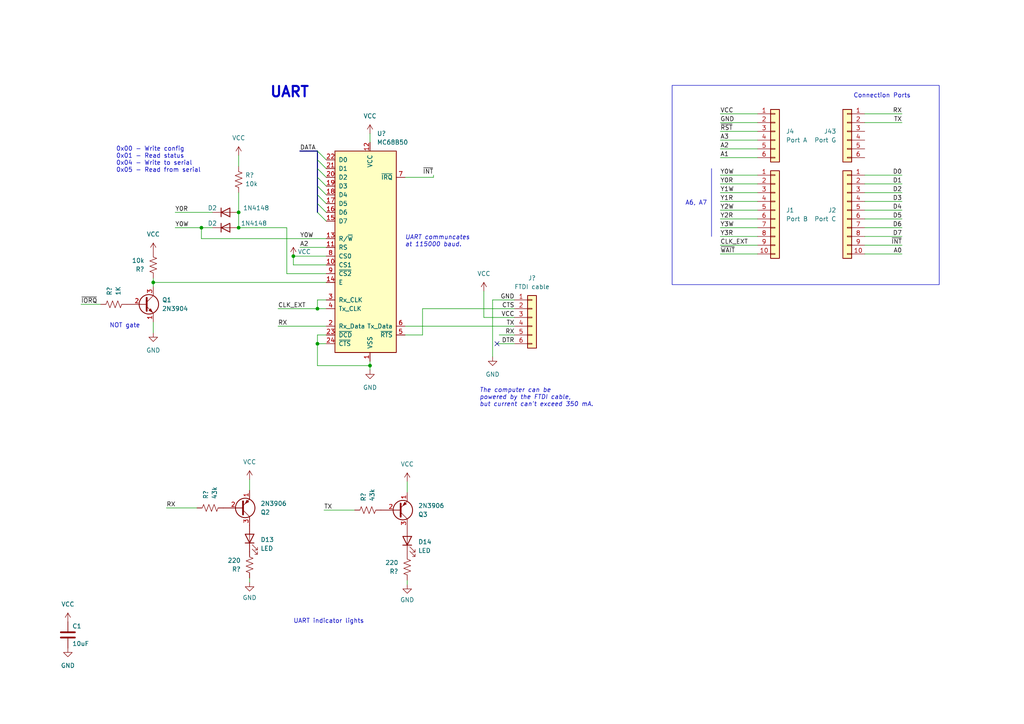
<source format=kicad_sch>
(kicad_sch (version 20230121) (generator eeschema)
  (paper "A4")
  (lib_symbols
    (symbol "Connector_Generic:Conn_01x06" (pin_names (offset 1.016) hide)
      (property "Reference" "J" (at 0 7.62 0))
      (property "Value" "Conn_01x06" (at 0 -10.16 0))
      (symbol "Conn_01x06_1_1"
        (rectangle (start -1.27 -7.493) (end 0 -7.747) (stroke (width 0.1524)))
        (rectangle (start -1.27 -4.953) (end 0 -5.207) (stroke (width 0.1524)))
        (rectangle (start -1.27 -2.413) (end 0 -2.667) (stroke (width 0.1524)))
        (rectangle (start -1.27 0.127) (end 0 -0.127) (stroke (width 0.1524)))
        (rectangle (start -1.27 2.667) (end 0 2.413) (stroke (width 0.1524)))
        (rectangle (start -1.27 5.207) (end 0 4.953) (stroke (width 0.1524)))
        (rectangle (start -1.27 6.35) (end 1.27 -8.89) (stroke (width 0.254)) (fill (type background)))
        (pin passive line (at -5.08 5.08 0) (length 3.81) (name "Pin_1") (number "1"))
        (pin passive line (at -5.08 2.54 0) (length 3.81) (name "Pin_2") (number "2"))
        (pin passive line (at -5.08 0 0) (length 3.81) (name "Pin_3") (number "3"))
        (pin passive line (at -5.08 -2.54 0) (length 3.81) (name "Pin_4") (number "4"))
        (pin passive line (at -5.08 -5.08 0) (length 3.81) (name "Pin_5") (number "5"))
        (pin passive line (at -5.08 -7.62 0) (length 3.81) (name "Pin_6") (number "6"))
      )
    )
    (symbol "Connector_Generic:Conn_01x10" (pin_names (offset 1.016) hide)
      (property "Reference" "J" (at 0 12.7 0))
      (property "Value" "Conn_01x10" (at 0 -15.24 0))
      (symbol "Conn_01x10_1_1"
        (rectangle (start -1.27 -12.573) (end 0 -12.827) (stroke (width 0.1524)))
        (rectangle (start -1.27 -10.033) (end 0 -10.287) (stroke (width 0.1524)))
        (rectangle (start -1.27 -7.493) (end 0 -7.747) (stroke (width 0.1524)))
        (rectangle (start -1.27 -4.953) (end 0 -5.207) (stroke (width 0.1524)))
        (rectangle (start -1.27 -2.413) (end 0 -2.667) (stroke (width 0.1524)))
        (rectangle (start -1.27 0.127) (end 0 -0.127) (stroke (width 0.1524)))
        (rectangle (start -1.27 2.667) (end 0 2.413) (stroke (width 0.1524)))
        (rectangle (start -1.27 5.207) (end 0 4.953) (stroke (width 0.1524)))
        (rectangle (start -1.27 7.747) (end 0 7.493) (stroke (width 0.1524)))
        (rectangle (start -1.27 10.287) (end 0 10.033) (stroke (width 0.1524)))
        (rectangle (start -1.27 11.43) (end 1.27 -13.97) (stroke (width 0.254)) (fill (type background)))
        (pin passive line (at -5.08 10.16 0) (length 3.81) (name "Pin_1") (number "1"))
        (pin passive line (at -5.08 -12.7 0) (length 3.81) (name "Pin_10") (number "10"))
        (pin passive line (at -5.08 7.62 0) (length 3.81) (name "Pin_2") (number "2"))
        (pin passive line (at -5.08 5.08 0) (length 3.81) (name "Pin_3") (number "3"))
        (pin passive line (at -5.08 2.54 0) (length 3.81) (name "Pin_4") (number "4"))
        (pin passive line (at -5.08 0 0) (length 3.81) (name "Pin_5") (number "5"))
        (pin passive line (at -5.08 -2.54 0) (length 3.81) (name "Pin_6") (number "6"))
        (pin passive line (at -5.08 -5.08 0) (length 3.81) (name "Pin_7") (number "7"))
        (pin passive line (at -5.08 -7.62 0) (length 3.81) (name "Pin_8") (number "8"))
        (pin passive line (at -5.08 -10.16 0) (length 3.81) (name "Pin_9") (number "9"))
      )
    )
    (symbol "Device:C" (pin_numbers hide) (pin_names (offset 0.254))
      (property "Reference" "C" (at 0.635 2.54 0))
      (property "Value" "C" (at 0.635 -2.54 0))
      (symbol "C_0_1"
        (polyline (pts (xy -2.032 -0.762) (xy 2.032 -0.762)) (stroke (width 0.508)))
        (polyline (pts (xy -2.032 0.762) (xy 2.032 0.762)) (stroke (width 0.508)))
      )
      (symbol "C_1_1"
        (pin passive line (at 0 3.81 270) (length 2.794) (name "~") (number "1"))
        (pin passive line (at 0 -3.81 90) (length 2.794) (name "~") (number "2"))
      )
    )
    (symbol "Device:LED" (pin_numbers hide) (pin_names (offset 1.016) hide)
      (property "Reference" "D" (at 0 2.54 0))
      (property "Value" "LED" (at 0 -2.54 0))
      (symbol "LED_0_1"
        (polyline (pts (xy -1.27 -1.27) (xy -1.27 1.27)) (stroke (width 0.254)))
        (polyline (pts (xy -1.27 0) (xy 1.27 0)))
        (polyline (pts (xy 1.27 -1.27) (xy 1.27 1.27) (xy -1.27 0) (xy 1.27 -1.27)) (stroke (width 0.254)))
        (polyline (pts (xy -3.048 -0.762) (xy -4.572 -2.286) (xy -3.81 -2.286) (xy -4.572 -2.286) (xy -4.572 -1.524)))
        (polyline (pts (xy -1.778 -0.762) (xy -3.302 -2.286) (xy -2.54 -2.286) (xy -3.302 -2.286) (xy -3.302 -1.524)))
      )
      (symbol "LED_1_1"
        (pin passive line (at -3.81 0 0) (length 2.54) (name "K") (number "1"))
        (pin passive line (at 3.81 0 180) (length 2.54) (name "A") (number "2"))
      )
    )
    (symbol "Device:R_US" (pin_numbers hide) (pin_names (offset 0))
      (property "Reference" "R" (at 2.54 0 90))
      (property "Value" "R_US" (at -2.54 0 90))
      (symbol "R_US_0_1"
        (polyline (pts (xy 0 -2.286) (xy 0 -2.54)))
        (polyline (pts (xy 0 2.286) (xy 0 2.54)))
        (polyline (pts (xy 0 -0.762) (xy 1.016 -1.143) (xy 0 -1.524) (xy -1.016 -1.905) (xy 0 -2.286)))
        (polyline (pts (xy 0 0.762) (xy 1.016 0.381) (xy 0 0) (xy -1.016 -0.381) (xy 0 -0.762)))
        (polyline (pts (xy 0 2.286) (xy 1.016 1.905) (xy 0 1.524) (xy -1.016 1.143) (xy 0 0.762)))
      )
      (symbol "R_US_1_1"
        (pin passive line (at 0 3.81 270) (length 1.27) (name "~") (number "1"))
        (pin passive line (at 0 -3.81 90) (length 1.27) (name "~") (number "2"))
      )
    )
    (symbol "Diode:1N4148" (pin_numbers hide) (pin_names (offset 1.016) hide)
      (property "Reference" "D" (at 0 2.54 0))
      (property "Value" "1N4148" (at 0 -2.54 0))
      (symbol "1N4148_0_1"
        (polyline (pts (xy -1.27 1.27) (xy -1.27 -1.27)) (stroke (width 0.254)))
        (polyline (pts (xy 1.27 0) (xy -1.27 0)))
        (polyline (pts (xy 1.27 1.27) (xy 1.27 -1.27) (xy -1.27 0) (xy 1.27 1.27)) (stroke (width 0.254)))
      )
      (symbol "1N4148_1_1"
        (pin passive line (at -3.81 0 0) (length 2.54) (name "K") (number "1"))
        (pin passive line (at 3.81 0 180) (length 2.54) (name "A") (number "2"))
      )
    )
    (symbol "GND_1" (power) (pin_names (offset 0))
      (property "Value" "GND_1" (at 0 -3.81 0))
      (symbol "GND_1_0_1"
        (polyline (pts (xy 0 0) (xy 0 -1.27) (xy 1.27 -1.27) (xy 0 -2.54) (xy -1.27 -1.27) (xy 0 -1.27)))
      )
      (symbol "GND_1_1_1"
        (pin power_in line (at 0 0 270) (length 0) hide (name "GND") (number "1"))
      )
    )
    (symbol "Interface_UART:MC68B50" (pin_names (offset 1.016))
      (property "Reference" "U?" (at 2.0194 35.56 0))
      (property "Value" "MC68B50" (at 2.0194 33.02 0))
      (symbol "MC68B50_1_1"
        (rectangle (start -10.16 -27.94) (end 7.62 30.48) (stroke (width 0.254)) (fill (type background)))
        (pin power_in line (at 0 -30.48 90) (length 2.54) (name "VSS") (number "1"))
        (pin input line (at -12.7 -2.54 0) (length 2.54) (name "CS1") (number "10"))
        (pin input line (at -12.7 2.54 0) (length 2.54) (name "RS") (number "11"))
        (pin power_in line (at 0 33.02 270) (length 2.54) (name "VCC") (number "12"))
        (pin input line (at -12.7 5.08 0) (length 2.54) (name "R/~{W}") (number "13"))
        (pin input line (at -12.7 -7.62 0) (length 2.54) (name "E") (number "14"))
        (pin bidirectional line (at -12.7 10.16 0) (length 2.54) (name "D7") (number "15"))
        (pin bidirectional line (at -12.7 12.7 0) (length 2.54) (name "D6") (number "16"))
        (pin bidirectional line (at -12.7 15.24 0) (length 2.54) (name "D5") (number "17"))
        (pin bidirectional line (at -12.7 17.78 0) (length 2.54) (name "D4") (number "18"))
        (pin bidirectional line (at -12.7 20.32 0) (length 2.54) (name "D3") (number "19"))
        (pin input line (at -12.7 -20.32 0) (length 2.54) (name "Rx_Data") (number "2"))
        (pin bidirectional line (at -12.7 22.86 0) (length 2.54) (name "D2") (number "20"))
        (pin bidirectional line (at -12.7 25.4 0) (length 2.54) (name "D1") (number "21"))
        (pin bidirectional line (at -12.7 27.94 0) (length 2.54) (name "D0") (number "22"))
        (pin input line (at -12.7 -22.86 0) (length 2.54) (name "~{DCD}") (number "23"))
        (pin input line (at -12.7 -25.4 0) (length 2.54) (name "~{CTS}") (number "24"))
        (pin input line (at -12.7 -12.7 0) (length 2.54) (name "Rx_CLK") (number "3"))
        (pin input line (at -12.7 -15.24 0) (length 2.54) (name "Tx_CLK") (number "4"))
        (pin output line (at 10.16 -22.86 180) (length 2.54) (name "~{RTS}") (number "5"))
        (pin output line (at 10.16 -20.32 180) (length 2.54) (name "Tx_Data") (number "6"))
        (pin output line (at 10.16 22.86 180) (length 2.54) (name "~{IRQ}") (number "7"))
        (pin input line (at -12.7 0 0) (length 2.54) (name "CS0") (number "8"))
        (pin input line (at -12.7 -5.08 0) (length 2.54) (name "~{CS2}") (number "9"))
      )
    )
    (symbol "Transistor_BJT:2N3904" (pin_names (offset 0) hide)
      (property "Reference" "Q" (at 5.08 1.905 0))
      (property "Value" "2N3904" (at 5.08 0 0))
      (symbol "2N3904_0_1"
        (polyline (pts (xy 0.635 0.635) (xy 2.54 2.54)))
        (polyline (pts (xy 0.635 -0.635) (xy 2.54 -2.54) (xy 2.54 -2.54)))
        (polyline (pts (xy 0.635 1.905) (xy 0.635 -1.905) (xy 0.635 -1.905)) (stroke (width 0.508)))
        (polyline (pts (xy 1.27 -1.778) (xy 1.778 -1.27) (xy 2.286 -2.286) (xy 1.27 -1.778) (xy 1.27 -1.778)) (fill (type outline)))
        (circle (center 1.27 0) (radius 2.8194) (stroke (width 0.254)))
      )
      (symbol "2N3904_1_1"
        (pin passive line (at 2.54 -5.08 90) (length 2.54) (name "E") (number "1"))
        (pin passive line (at -5.08 0 0) (length 5.715) (name "B") (number "2"))
        (pin passive line (at 2.54 5.08 270) (length 2.54) (name "C") (number "3"))
      )
    )
    (symbol "Transistor_BJT:2N3906" (pin_names (offset 0) hide)
      (property "Reference" "Q" (at 5.08 1.905 0))
      (property "Value" "2N3906" (at 5.08 0 0))
      (symbol "2N3906_0_1"
        (polyline (pts (xy 0.635 0.635) (xy 2.54 2.54)))
        (polyline (pts (xy 0.635 -0.635) (xy 2.54 -2.54) (xy 2.54 -2.54)))
        (polyline (pts (xy 0.635 1.905) (xy 0.635 -1.905) (xy 0.635 -1.905)) (stroke (width 0.508)))
        (polyline (pts (xy 2.286 -1.778) (xy 1.778 -2.286) (xy 1.27 -1.27) (xy 2.286 -1.778) (xy 2.286 -1.778)) (fill (type outline)))
        (circle (center 1.27 0) (radius 2.8194) (stroke (width 0.254)))
      )
      (symbol "2N3906_1_1"
        (pin passive line (at 2.54 -5.08 90) (length 2.54) (name "E") (number "1"))
        (pin input line (at -5.08 0 0) (length 5.715) (name "B") (number "2"))
        (pin passive line (at 2.54 5.08 270) (length 2.54) (name "C") (number "3"))
      )
    )
    (symbol "power:GND" (power) (pin_names (offset 0))
      (property "Value" "GND" (at 0 -3.81 0))
      (symbol "GND_0_1"
        (polyline (pts (xy 0 0) (xy 0 -1.27) (xy 1.27 -1.27) (xy 0 -2.54) (xy -1.27 -1.27) (xy 0 -1.27)))
      )
      (symbol "GND_1_1"
        (pin power_in line (at 0 0 270) (length 0) hide (name "GND") (number "1"))
      )
    )
    (symbol "power:VCC" (power) (pin_names (offset 0))
      (property "Value" "VCC" (at 0 3.81 0))
      (symbol "VCC_0_1"
        (polyline (pts (xy -0.762 1.27) (xy 0 2.54)))
        (polyline (pts (xy 0 0) (xy 0 2.54)))
        (polyline (pts (xy 0 2.54) (xy 0.762 1.27)))
      )
      (symbol "VCC_1_1"
        (pin power_in line (at 0 0 90) (length 0) hide (name "VCC") (number "1"))
      )
    )
  )
  (junction (at 92.075 99.695))
  (junction (at 69.215 66.04))
  (junction (at 58.42 66.04))
  (junction (at 107.315 106.045))
  (junction (at 92.075 89.535))
  (junction (at 69.215 61.595))
  (junction (at 85.09 74.295))
  (junction (at 44.45 81.915))
  (no_connect (at 144.145 99.695))
  (bus_entry (at 92.075 51.435) (size 2.54 2.54))
  (bus_entry (at 92.075 59.055) (size 2.54 2.54))
  (bus_entry (at 92.075 48.895) (size 2.54 2.54))
  (bus_entry (at 92.075 46.355) (size 2.54 2.54))
  (bus_entry (at 92.075 56.515) (size 2.54 2.54))
  (bus_entry (at 92.075 53.975) (size 2.54 2.54))
  (bus_entry (at 92.075 61.595) (size 2.54 2.54))
  (bus_entry (at 92.075 43.815) (size 2.54 2.54))
  (wire (pts (xy 23.495 88.265) (xy 29.21 88.265)))
  (wire (pts (xy 208.915 63.5) (xy 219.71 63.5)))
  (wire (pts (xy 261.62 68.58) (xy 250.825 68.58)))
  (wire (pts (xy 125.73 50.8) (xy 125.73 51.435)))
  (wire (pts (xy 140.335 92.075) (xy 140.335 84.455)))
  (bus (pts (xy 92.075 53.975) (xy 92.075 51.435)))
  (wire (pts (xy 118.11 139.7) (xy 118.11 142.875)))
  (wire (pts (xy 92.075 97.155) (xy 92.075 99.695)))
  (wire (pts (xy 61.595 61.595) (xy 50.8 61.595)))
  (wire (pts (xy 122.555 89.535) (xy 149.225 89.535)))
  (wire (pts (xy 208.915 38.1) (xy 219.71 38.1)))
  (wire (pts (xy 92.075 99.695) (xy 94.615 99.695)))
  (wire (pts (xy 142.875 86.995) (xy 142.875 103.505)))
  (wire (pts (xy 44.45 81.915) (xy 94.615 81.915)))
  (wire (pts (xy 208.915 55.88) (xy 219.71 55.88)))
  (wire (pts (xy 125.73 51.435) (xy 117.475 51.435)))
  (wire (pts (xy 149.225 99.695) (xy 144.145 99.695)))
  (wire (pts (xy 261.62 53.34) (xy 250.825 53.34)))
  (wire (pts (xy 58.42 66.04) (xy 50.8 66.04)))
  (wire (pts (xy 208.915 53.34) (xy 219.71 53.34)))
  (wire (pts (xy 261.62 33.02) (xy 250.825 33.02)))
  (wire (pts (xy 83.185 79.375) (xy 94.615 79.375)))
  (wire (pts (xy 107.315 38.735) (xy 107.315 41.275)))
  (wire (pts (xy 72.39 139.065) (xy 72.39 142.24)))
  (wire (pts (xy 85.09 76.835) (xy 94.615 76.835)))
  (wire (pts (xy 80.645 94.615) (xy 94.615 94.615)))
  (wire (pts (xy 261.62 63.5) (xy 250.825 63.5)))
  (wire (pts (xy 107.315 106.045) (xy 107.315 107.315)))
  (wire (pts (xy 92.075 106.045) (xy 107.315 106.045)))
  (wire (pts (xy 122.555 97.155) (xy 117.475 97.155)))
  (wire (pts (xy 149.225 86.995) (xy 142.875 86.995)))
  (wire (pts (xy 85.09 74.295) (xy 94.615 74.295)))
  (wire (pts (xy 69.215 45.085) (xy 69.215 48.26)))
  (wire (pts (xy 107.315 104.775) (xy 107.315 106.045)))
  (wire (pts (xy 117.475 94.615) (xy 149.225 94.615)))
  (wire (pts (xy 44.45 93.345) (xy 44.45 96.52)))
  (wire (pts (xy 58.42 69.215) (xy 58.42 66.04)))
  (wire (pts (xy 69.215 66.04) (xy 83.185 66.04)))
  (wire (pts (xy 261.62 58.42) (xy 250.825 58.42)))
  (wire (pts (xy 44.45 81.915) (xy 44.45 83.185)))
  (wire (pts (xy 48.26 147.32) (xy 57.15 147.32)))
  (wire (pts (xy 261.62 73.66) (xy 250.825 73.66)))
  (wire (pts (xy 208.915 73.66) (xy 219.71 73.66)))
  (bus (pts (xy 92.075 46.355) (xy 92.075 43.815)))
  (wire (pts (xy 122.555 97.155) (xy 122.555 89.535)))
  (wire (pts (xy 72.39 167.64) (xy 72.39 168.91)))
  (wire (pts (xy 44.45 80.645) (xy 44.45 81.915)))
  (wire (pts (xy 261.62 60.96) (xy 250.825 60.96)))
  (wire (pts (xy 208.915 33.02) (xy 219.71 33.02)))
  (bus (pts (xy 86.995 43.815) (xy 92.075 43.815)))
  (wire (pts (xy 61.595 66.04) (xy 58.42 66.04)))
  (wire (pts (xy 261.62 50.8) (xy 250.825 50.8)))
  (wire (pts (xy 208.915 40.64) (xy 219.71 40.64)))
  (bus (pts (xy 92.075 51.435) (xy 92.075 48.895)))
  (wire (pts (xy 69.215 55.88) (xy 69.215 61.595)))
  (wire (pts (xy 208.915 60.96) (xy 219.71 60.96)))
  (wire (pts (xy 80.645 89.535) (xy 92.075 89.535)))
  (wire (pts (xy 261.62 35.56) (xy 250.825 35.56)))
  (wire (pts (xy 261.62 55.88) (xy 250.825 55.88)))
  (wire (pts (xy 86.995 71.755) (xy 94.615 71.755)))
  (wire (pts (xy 208.915 45.72) (xy 219.71 45.72)))
  (wire (pts (xy 208.915 68.58) (xy 219.71 68.58)))
  (wire (pts (xy 58.42 69.215) (xy 94.615 69.215)))
  (wire (pts (xy 69.215 61.595) (xy 69.215 66.04)))
  (wire (pts (xy 93.98 147.955) (xy 102.87 147.955)))
  (wire (pts (xy 85.09 76.835) (xy 85.09 74.295)))
  (wire (pts (xy 94.615 97.155) (xy 92.075 97.155)))
  (bus (pts (xy 92.075 48.895) (xy 92.075 46.355)))
  (wire (pts (xy 208.915 66.04) (xy 219.71 66.04)))
  (wire (pts (xy 208.915 35.56) (xy 219.71 35.56)))
  (wire (pts (xy 92.075 89.535) (xy 94.615 89.535)))
  (wire (pts (xy 83.185 66.04) (xy 83.185 79.375)))
  (wire (pts (xy 208.915 43.18) (xy 219.71 43.18)))
  (wire (pts (xy 149.225 92.075) (xy 140.335 92.075)))
  (wire (pts (xy 92.075 99.695) (xy 92.075 106.045)))
  (wire (pts (xy 208.915 50.8) (xy 219.71 50.8)))
  (wire (pts (xy 208.915 71.12) (xy 219.71 71.12)))
  (wire (pts (xy 144.78 97.155) (xy 149.225 97.155)))
  (wire (pts (xy 92.075 86.995) (xy 92.075 89.535)))
  (wire (pts (xy 118.11 168.275) (xy 118.11 169.545)))
  (bus (pts (xy 92.075 56.515) (xy 92.075 53.975)))
  (wire (pts (xy 261.62 66.04) (xy 250.825 66.04)))
  (bus (pts (xy 92.075 61.595) (xy 92.075 59.055)))
  (bus (pts (xy 92.075 59.055) (xy 92.075 56.515)))
  (wire (pts (xy 94.615 86.995) (xy 92.075 86.995)))
  (wire (pts (xy 261.62 71.12) (xy 250.825 71.12)))
  (wire (pts (xy 208.915 58.42) (xy 219.71 58.42)))
  (rectangle (start 194.945 24.765) (end 272.415 82.55))
  (rectangle (start 206.375 48.895) (end 206.375 68.58))
  (text "NOT gate" (at 31.75 95.25 0) (effects (font (size 1.27 1.27)) (justify left bottom)))
  (text "UART communcates\nat 115000 baud." (at 117.475 71.755 0) (effects (font (size 1.27 1.27) italic) (justify left bottom)))
  (text "UART indicator lights" (at 85.09 180.975 0) (effects (font (size 1.27 1.27)) (justify left bottom)))
  (text "The computer can be\npowered by the FTDI cable,\nbut current can't exceed 350 mA." (at 139.065 118.11 0) (effects (font (size 1.27 1.27) italic) (justify left bottom)))
  (text "0x00 - Write config\n0x01 - Read status\n0x04 - Write to serial\n0x05 - Read from serial" (at 33.655 50.165 0) (effects (font (size 1.27 1.27)) (justify left bottom)))
  (text "Connection Ports" (at 264.16 28.575 0) (effects (font (size 1.27 1.27)) (justify right bottom)))
  (text "UART" (at 78.105 28.575 0) (effects (font (size 3 3) (thickness 0.6) bold) (justify left bottom)))
  (text "A6, A7" (at 205.105 59.69 0) (effects (font (size 1.27 1.27)) (justify right bottom)))
  (label "Y3R" (at 208.915 68.58 0))
  (label "GND" (at 149.225 86.995 180))
  (label "TX" (at 261.62 35.56 180))
  (label "D4" (at 261.62 60.96 180))
  (label "Y0R" (at 208.915 53.34 0))
  (label "CLK_EXT" (at 80.645 89.535 0))
  (label "CLK_EXT" (at 208.915 71.12 0))
  (label "D0" (at 261.62 50.8 180))
  (label "~{WAIT}" (at 208.915 73.66 0))
  (label "D3" (at 261.62 58.42 180))
  (label "DATA" (at 86.995 43.815 0))
  (label "A2" (at 86.995 71.755 0))
  (label "~{RST}" (at 208.915 38.1 0))
  (label "D5" (at 261.62 63.5 180))
  (label "Y1W" (at 208.915 55.88 0))
  (label "CTS" (at 149.225 89.535 180))
  (label "DTR" (at 149.225 99.695 180))
  (label "A1" (at 208.915 45.72 0))
  (label "Y0W" (at 208.915 50.8 0))
  (label "D6" (at 261.62 66.04 180))
  (label "Y2W" (at 208.915 60.96 0))
  (label "GND" (at 208.915 35.56 0))
  (label "D7" (at 261.62 68.58 180))
  (label "Y0R" (at 50.8 61.595 0))
  (label "RX" (at 48.26 147.32 0))
  (label "RX" (at 149.225 97.155 180))
  (label "Y3W" (at 208.915 66.04 0))
  (label "~{IORQ}" (at 23.495 88.265 0))
  (label "A2" (at 208.915 43.18 0))
  (label "A0" (at 261.62 73.66 180))
  (label "D1" (at 261.62 53.34 180))
  (label "D2" (at 261.62 55.88 180))
  (label "VCC" (at 149.225 92.075 180))
  (label "VCC" (at 208.915 33.02 0))
  (label "RX" (at 261.62 33.02 180))
  (label "Y0W" (at 86.995 69.215 0))
  (label "RX" (at 80.645 94.615 0))
  (label "TX" (at 149.225 94.615 180))
  (label "TX" (at 93.98 147.955 0))
  (label "Y2R" (at 208.915 63.5 0))
  (label "~{INT}" (at 261.62 71.12 180))
  (label "~{INT}" (at 125.73 50.8 180))
  (label "Y0W" (at 50.8 66.04 0))
  (label "A3" (at 208.915 40.64 0))
  (label "Y1R" (at 208.915 58.42 0))
  (symbol (lib_id "power:GND") (at 19.685 187.96 0) (unit 1)
    (property "Reference" "#PWR07" (effects hide))
    (property "Value" "GND" (at 19.685 193.04 0))
    (instances (project "fortuna-s" (path "" (reference "#PWR07") (unit 1)) (path "" (reference "#PWR07") (unit 1)) (path "" (reference "#PWR07") (unit 1))) (project "fortuna-box" (path "" (reference "#PWR041") (unit 1))))
  )
  (symbol (lib_id "Diode:1N4148") (at 65.405 66.04 0) (mirror x) (unit 1)
    (property "Reference" "D2" (at 61.595 64.77 0))
    (property "Value" "1N4148" (at 73.66 64.77 0))
    (property "Footprint" "Diode_THT:D_DO-35_SOD27_P7.62mm_Horizontal" (effects hide))
    (property "Datasheet" "https://assets.nexperia.com/documents/data-sheet/1N4148_1N4448.pdf" (effects hide))
    (property "Sim.Device" "D" (effects hide))
    (property "Sim.Pins" "1=K 2=A" (effects hide))
    (instances (project "fortuna-s" (path "" (reference "D2") (unit 1))) (project "fortuna-box" (path "" (reference "D4") (unit 1)) (path "" (reference "D9") (unit 1)) (path "" (reference "D12") (unit 1))))
  )
  (symbol (lib_id "power:VCC") (at 140.335 84.455 0) (unit 1)
    (property "Reference" "#PWR?" (effects hide))
    (property "Value" "VCC" (at 140.335 79.375 0))
    (instances (project "fortuna-s" (path "" (reference "#PWR?") (unit 1)) (path "" (reference "#PWR033") (unit 1))) (project "fortuna-box" (path "" (reference "#PWR060") (unit 1))))
  )
  (symbol (lib_id "Device:LED") (at 72.39 156.21 90) (unit 1)
    (property "Reference" "D13" (at 75.565 156.5275 90) (effects (justify right)))
    (property "Value" "LED" (at 75.565 159.0675 90) (effects (justify right)))
  )
  (symbol (lib_name "GND_1") (lib_id "power:GND") (at 118.11 169.545 0) (unit 1)
    (property "Reference" "#PWR058" (effects hide))
    (property "Value" "GND" (at 118.11 173.99 0))
  )
  (symbol (lib_id "Device:R_US") (at 118.11 164.465 0) (unit 1)
    (property "Reference" "R?" (at 115.57 165.7351 0) (effects (justify right)))
    (property "Value" "220" (at 115.57 163.1951 0) (effects (justify right)))
    (instances (project "fortuna-s" (path "" (reference "R?") (unit 1))) (project "fortuna-box" (path "" (reference "R13") (unit 1)) (path "" (reference "R22") (unit 1))))
  )
  (symbol (lib_id "Transistor_BJT:2N3904") (at 41.91 88.265 0) (unit 1)
    (property "Reference" "Q1" (at 46.99 86.995 0) (effects (justify left)))
    (property "Value" "2N3904" (at 46.99 89.535 0) (effects (justify left)))
    (property "Footprint" "Package_TO_SOT_THT:TO-92_Inline" (effects hide))
    (property "Datasheet" "https://www.onsemi.com/pub/Collateral/2N3903-D.PDF" (effects hide))
    (instances (project "fortuna-box" (path "" (reference "Q1") (unit 1)) (path "" (reference "Q4") (unit 1))))
  )
  (symbol (lib_id "Diode:1N4148") (at 65.405 61.595 0) (mirror x) (unit 1)
    (property "Reference" "D2" (at 61.595 60.325 0))
    (property "Value" "1N4148" (at 74.295 60.325 0))
    (property "Footprint" "Diode_THT:D_DO-35_SOD27_P7.62mm_Horizontal" (effects hide))
    (property "Datasheet" "https://assets.nexperia.com/documents/data-sheet/1N4148_1N4448.pdf" (effects hide))
    (property "Sim.Device" "D" (effects hide))
    (property "Sim.Pins" "1=K 2=A" (effects hide))
    (instances (project "fortuna-s" (path "" (reference "D2") (unit 1))) (project "fortuna-box" (path "" (reference "D4") (unit 1)) (path "" (reference "D8") (unit 1)) (path "" (reference "D11") (unit 1))))
  )
  (symbol (lib_id "Connector_Generic:Conn_01x10") (at 224.79 60.96 0) (unit 1)
    (property "Reference" "J1" (at 227.965 60.96 0) (effects (justify left)))
    (property "Value" "Port B" (at 227.965 63.5 0) (effects (justify left)))
    (instances (project "fortuna-box" (path "" (reference "J1") (unit 1)) (path "" (reference "J20") (unit 1))))
  )
  (symbol (lib_id "Device:R_US") (at 106.68 147.955 270) (unit 1)
    (property "Reference" "R?" (at 105.4099 145.415 0) (effects (justify right)))
    (property "Value" "43k" (at 107.9499 145.415 0) (effects (justify right)))
    (instances (project "fortuna-s" (path "" (reference "R?") (unit 1))) (project "fortuna-box" (path "" (reference "R13") (unit 1)) (path "" (reference "R21") (unit 1))))
  )
  (symbol (lib_id "power:VCC") (at 69.215 45.085 0) (unit 1)
    (property "Reference" "#PWR?" (effects hide))
    (property "Value" "VCC" (at 69.215 40.005 0))
    (instances (project "fortuna-s" (path "" (reference "#PWR?") (unit 1)) (path "" (reference "#PWR033") (unit 1))) (project "fortuna-box" (path "" (reference "#PWR051") (unit 1))))
  )
  (symbol (lib_id "Device:R_US") (at 72.39 163.83 0) (unit 1)
    (property "Reference" "R?" (at 69.85 165.1001 0) (effects (justify right)))
    (property "Value" "220" (at 69.85 162.5601 0) (effects (justify right)))
    (instances (project "fortuna-s" (path "" (reference "R?") (unit 1))) (project "fortuna-box" (path "" (reference "R13") (unit 1)) (path "" (reference "R20") (unit 1))))
  )
  (symbol (lib_id "power:VCC") (at 19.685 180.34 0) (unit 1)
    (property "Reference" "#PWR06" (effects hide))
    (property "Value" "VCC" (at 19.685 175.26 0))
    (instances (project "fortuna-s" (path "" (reference "#PWR06") (unit 1)) (path "" (reference "#PWR06") (unit 1)) (path "" (reference "#PWR06") (unit 1))) (project "fortuna-box" (path "" (reference "#PWR040") (unit 1))))
  )
  (symbol (lib_id "power:VCC") (at 118.11 139.7 0) (unit 1)
    (property "Reference" "#PWR?" (effects hide))
    (property "Value" "VCC" (at 118.11 134.62 0))
    (instances (project "fortuna-s" (path "" (reference "#PWR?") (unit 1)) (path "" (reference "#PWR033") (unit 1))) (project "fortuna-box" (path "" (reference "#PWR057") (unit 1))))
  )
  (symbol (lib_id "Transistor_BJT:2N3906") (at 115.57 147.955 0) (mirror x) (unit 1)
    (property "Reference" "Q3" (at 121.285 149.225 0) (effects (justify left)))
    (property "Value" "2N3906" (at 121.285 146.685 0) (effects (justify left)))
    (property "Footprint" "Package_TO_SOT_THT:TO-92_Inline" (effects hide))
    (property "Datasheet" "https://www.onsemi.com/pub/Collateral/2N3906-D.PDF" (effects hide))
  )
  (symbol (lib_id "power:GND") (at 107.315 107.315 0) (unit 1)
    (property "Reference" "#PWR?" (effects hide))
    (property "Value" "GND" (at 107.315 112.395 0))
    (instances (project "fortuna-s" (path "" (reference "#PWR?") (unit 1)) (path "" (reference "#PWR034") (unit 1))) (project "fortuna-box" (path "" (reference "#PWR038") (unit 1))))
  )
  (symbol (lib_id "Device:LED") (at 118.11 156.845 90) (unit 1)
    (property "Reference" "D14" (at 121.285 157.1625 90) (effects (justify right)))
    (property "Value" "LED" (at 121.285 159.7025 90) (effects (justify right)))
  )
  (symbol (lib_id "power:GND") (at 44.45 96.52 0) (unit 1)
    (property "Reference" "#PWR?" (effects hide))
    (property "Value" "GND" (at 44.45 101.6 0))
    (instances (project "fortuna-s" (path "" (reference "#PWR?") (unit 1)) (path "" (reference "#PWR034") (unit 1))) (project "fortuna-box" (path "" (reference "#PWR061") (unit 1))))
  )
  (symbol (lib_id "Connector_Generic:Conn_01x06") (at 154.305 92.075 0) (unit 1)
    (property "Reference" "J?" (at 154.305 80.645 0))
    (property "Value" "FTDI cable" (at 154.305 83.185 0))
    (instances (project "fortuna-s" (path "" (reference "J?") (unit 1)) (path "" (reference "J2") (unit 1))) (project "fortuna-box" (path "" (reference "J22") (unit 1))))
  )
  (symbol (lib_name "GND_1") (lib_id "power:GND") (at 72.39 168.91 0) (unit 1)
    (property "Reference" "#PWR055" (effects hide))
    (property "Value" "GND" (at 72.39 173.355 0))
  )
  (symbol (lib_id "Connector_Generic:Conn_01x06") (at 245.745 38.1 0) (mirror y) (unit 1)
    (property "Reference" "J43" (at 242.57 38.1 0) (effects (justify left)))
    (property "Value" "Port G" (at 242.57 40.64 0) (effects (justify left)))
    (instances (project "fortuna-box" (path "" (reference "J43") (unit 1)) (path "" (reference "J33") (unit 1)) (path "" (reference "J35") (unit 1))))
  )
  (symbol (lib_id "Device:R_US") (at 33.02 88.265 270) (unit 1)
    (property "Reference" "R?" (at 31.7499 85.725 0) (effects (justify right)))
    (property "Value" "1K" (at 34.2899 85.725 0) (effects (justify right)))
    (instances (project "fortuna-s" (path "" (reference "R?") (unit 1))) (project "fortuna-box" (path "" (reference "R13") (unit 1)) (path "" (reference "R23") (unit 1))))
  )
  (symbol (lib_id "power:VCC") (at 72.39 139.065 0) (unit 1)
    (property "Reference" "#PWR?" (effects hide))
    (property "Value" "VCC" (at 72.39 133.985 0))
    (instances (project "fortuna-s" (path "" (reference "#PWR?") (unit 1)) (path "" (reference "#PWR033") (unit 1))) (project "fortuna-box" (path "" (reference "#PWR056") (unit 1))))
  )
  (symbol (lib_id "Connector_Generic:Conn_01x06") (at 224.79 38.1 0) (unit 1)
    (property "Reference" "J4" (at 227.965 38.1 0) (effects (justify left)))
    (property "Value" "Port A" (at 227.965 40.64 0) (effects (justify left)))
    (instances (project "fortuna-box" (path "" (reference "J4") (unit 1)) (path "" (reference "J7") (unit 1)) (path "" (reference "J19") (unit 1))))
  )
  (symbol (lib_id "Device:R_US") (at 60.96 147.32 270) (unit 1)
    (property "Reference" "R?" (at 59.6899 144.78 0) (effects (justify right)))
    (property "Value" "43k" (at 62.2299 144.78 0) (effects (justify right)))
    (instances (project "fortuna-s" (path "" (reference "R?") (unit 1))) (project "fortuna-box" (path "" (reference "R13") (unit 1)) (path "" (reference "R19") (unit 1))))
  )
  (symbol (lib_id "Interface_UART:MC68B50") (at 107.315 74.295 0) (unit 1)
    (property "Reference" "U?" (at 109.3344 38.735 0) (effects (justify left)))
    (property "Value" "MC68B50" (at 109.3344 41.275 0) (effects (justify left)))
    (property "Footprint" "Package_DIP:DIP-40_W15.24mm" (effects hide))
    (property "Datasheet" "http://pdf.datasheetcatalog.com/datasheet/motorola/MC6850.pdf" (effects hide))
    (instances (project "fortuna-s" (path "" (reference "U?") (unit 1)) (path "" (reference "U7") (unit 1))) (project "fortuna-box" (path "" (reference "U10") (unit 1))))
  )
  (symbol (lib_id "power:VCC") (at 107.315 38.735 0) (unit 1)
    (property "Reference" "#PWR?" (effects hide))
    (property "Value" "VCC" (at 107.315 33.655 0))
    (instances (project "fortuna-s" (path "" (reference "#PWR?") (unit 1)) (path "" (reference "#PWR033") (unit 1))) (project "fortuna-box" (path "" (reference "#PWR037") (unit 1))))
  )
  (symbol (lib_id "Connector_Generic:Conn_01x10") (at 245.745 60.96 0) (mirror y) (unit 1)
    (property "Reference" "J2" (at 242.57 60.96 0) (effects (justify left)))
    (property "Value" "Port C" (at 242.57 63.5 0) (effects (justify left)))
    (instances (project "fortuna-box" (path "" (reference "J2") (unit 1)) (path "" (reference "J21") (unit 1))))
  )
  (symbol (lib_id "power:GND") (at 142.875 103.505 0) (mirror y) (unit 1)
    (property "Reference" "#PWR?" (effects hide))
    (property "Value" "GND" (at 142.875 108.585 0))
    (instances (project "fortuna-s" (path "" (reference "#PWR?") (unit 1)) (path "" (reference "#PWR032") (unit 1))) (project "fortuna-box" (path "" (reference "#PWR059") (unit 1))))
  )
  (symbol (lib_id "power:VCC") (at 85.09 74.295 0) (unit 1)
    (property "Reference" "#PWR?" (effects hide))
    (property "Value" "VCC" (at 88.265 73.025 0))
    (instances (project "fortuna-s" (path "" (reference "#PWR?") (unit 1)) (path "" (reference "#PWR033") (unit 1))) (project "fortuna-box" (path "" (reference "#PWR052") (unit 1))))
  )
  (symbol (lib_id "Device:R_US") (at 69.215 52.07 0) (unit 1)
    (property "Reference" "R?" (at 71.12 50.8 0) (effects (justify left)))
    (property "Value" "10k" (at 71.12 53.34 0) (effects (justify left)))
    (instances (project "fortuna-s" (path "" (reference "R?") (unit 1)) (path "" (reference "R5") (unit 1))) (project "fortuna-box" (path "" (reference "R17") (unit 1))))
  )
  (symbol (lib_id "Transistor_BJT:2N3906") (at 69.85 147.32 0) (mirror x) (unit 1)
    (property "Reference" "Q2" (at 75.565 148.59 0) (effects (justify left)))
    (property "Value" "2N3906" (at 75.565 146.05 0) (effects (justify left)))
    (property "Footprint" "Package_TO_SOT_THT:TO-92_Inline" (effects hide))
    (property "Datasheet" "https://www.onsemi.com/pub/Collateral/2N3906-D.PDF" (effects hide))
  )
  (symbol (lib_id "Device:R_US") (at 44.45 76.835 0) (unit 1)
    (property "Reference" "R?" (at 41.91 78.1051 0) (effects (justify right)))
    (property "Value" "10k" (at 41.91 75.5651 0) (effects (justify right)))
    (instances (project "fortuna-s" (path "" (reference "R?") (unit 1))) (project "fortuna-box" (path "" (reference "R13") (unit 1)) (path "" (reference "R24") (unit 1))))
  )
  (symbol (lib_id "Device:C") (at 19.685 184.15 0) (unit 1)
    (property "Reference" "C1" (at 20.955 181.61 0) (effects (justify left)))
    (property "Value" "10uF" (at 20.955 186.69 0) (effects (justify left)))
    (instances (project "fortuna-s" (path "" (reference "C1") (unit 1)) (path "" (reference "C1") (unit 1)) (path "" (reference "C1") (unit 1))) (project "fortuna-box" (path "" (reference "C9") (unit 1))))
  )
  (symbol (lib_id "power:VCC") (at 44.45 73.025 0) (unit 1)
    (property "Reference" "#PWR?" (effects hide))
    (property "Value" "VCC" (at 44.45 67.945 0))
    (instances (project "fortuna-s" (path "" (reference "#PWR?") (unit 1)) (path "" (reference "#PWR033") (unit 1))) (project "fortuna-box" (path "" (reference "#PWR036") (unit 1))))
  )
)
</source>
